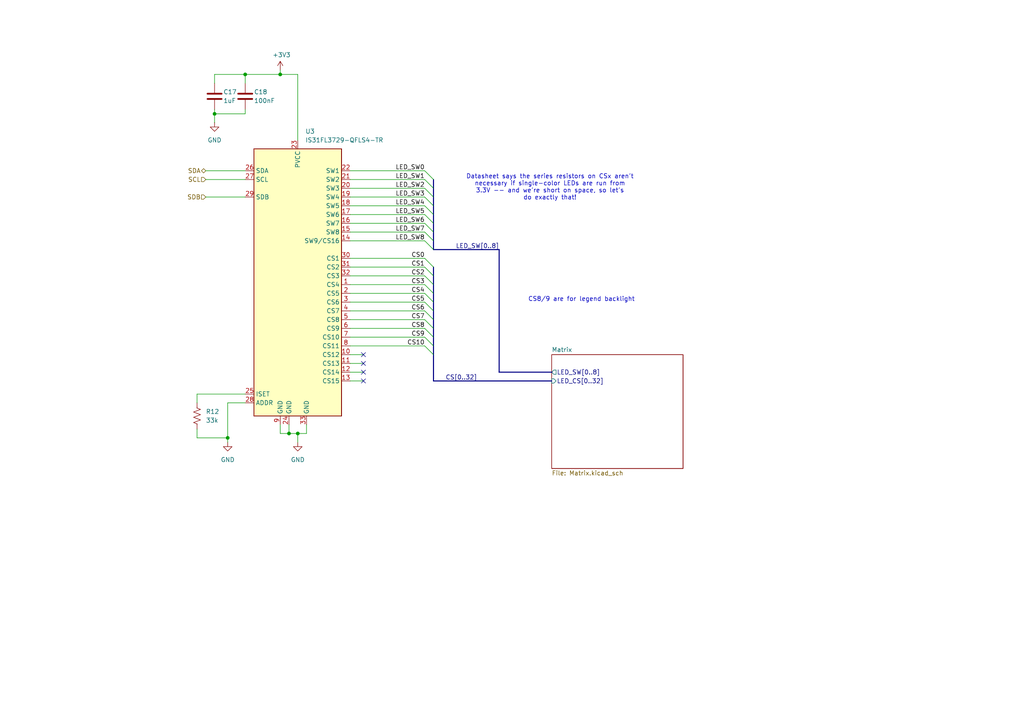
<source format=kicad_sch>
(kicad_sch (version 20231120) (generator "eeschema") (generator_version "8.0")
  (paper "A4")
  (title_block (title "Seven Segment Display Input Module") (date "2024-07-13") (company "C. Scott Ananian") (comment 1 "This work is licensed under a Creative Commons Attribution 4.0 International License") (comment 2 "https://github.com/cscott/SevenSegmentInputModule") (comment 3 "https://cscott.net"))
  (lib_symbols
    (symbol "Device:C" (pin_numbers hide) (pin_names (offset 0.254))
      (property "Reference" "C" (at 0.635 2.54 0))
      (property "Value" "C" (at 0.635 -2.54 0))
      (symbol "C_0_1"
        (polyline (pts (xy -2.032 -0.762) (xy 2.032 -0.762)) (stroke (width 0.508)))
        (polyline (pts (xy -2.032 0.762) (xy 2.032 0.762)) (stroke (width 0.508)))
      )
      (symbol "C_1_1"
        (pin passive line (at 0 3.81 270) (length 2.794) (name "~") (number "1"))
        (pin passive line (at 0 -3.81 90) (length 2.794) (name "~") (number "2"))
      )
    )
    (symbol "Device:R_US" (pin_numbers hide) (pin_names (offset 0))
      (property "Reference" "R" (at 2.54 0 90))
      (property "Value" "R_US" (at -2.54 0 90))
      (symbol "R_US_0_1"
        (polyline (pts (xy 0 -2.286) (xy 0 -2.54)))
        (polyline (pts (xy 0 2.286) (xy 0 2.54)))
        (polyline (pts (xy 0 -0.762) (xy 1.016 -1.143) (xy 0 -1.524) (xy -1.016 -1.905) (xy 0 -2.286)))
        (polyline (pts (xy 0 0.762) (xy 1.016 0.381) (xy 0 0) (xy -1.016 -0.381) (xy 0 -0.762)))
        (polyline (pts (xy 0 2.286) (xy 1.016 1.905) (xy 0 1.524) (xy -1.016 1.143) (xy 0 0.762)))
      )
      (symbol "R_US_1_1"
        (pin passive line (at 0 3.81 270) (length 1.27) (name "~") (number "1"))
        (pin passive line (at 0 -3.81 90) (length 1.27) (name "~") (number "2"))
      )
    )
    (symbol "LEDMatrix:IS31FL3729"
      (property "Reference" "U" (at -11.43 67.31 0))
      (property "Value" "IS31FL3729-QFLS4-TR" (at 8.89 67.31 0))
      (symbol "IS31FL3729_0_1"
        (rectangle (start -12.7 66.04) (end 12.7 -11.43) (stroke (width 0.254)) (fill (type background)))
      )
      (symbol "IS31FL3729_1_1"
        (pin output line (at 15.24 26.67 180) (length 2.54) (name "CS4") (number "1"))
        (pin output line (at 15.24 6.35 180) (length 2.54) (name "CS12") (number "10"))
        (pin output line (at 15.24 3.81 180) (length 2.54) (name "CS13") (number "11"))
        (pin output line (at 15.24 1.27 180) (length 2.54) (name "CS14") (number "12"))
        (pin output line (at 15.24 -1.27 180) (length 2.54) (name "CS15") (number "13"))
        (pin input line (at 15.24 39.37 180) (length 2.54) (name "SW9/CS16") (number "14"))
        (pin input line (at 15.24 41.91 180) (length 2.54) (name "SW8") (number "15"))
        (pin input line (at 15.24 44.45 180) (length 2.54) (name "SW7") (number "16"))
        (pin input line (at 15.24 46.99 180) (length 2.54) (name "SW6") (number "17"))
        (pin input line (at 15.24 49.53 180) (length 2.54) (name "SW5") (number "18"))
        (pin input line (at 15.24 52.07 180) (length 2.54) (name "SW4") (number "19"))
        (pin output line (at 15.24 24.13 180) (length 2.54) (name "CS5") (number "2"))
        (pin input line (at 15.24 54.61 180) (length 2.54) (name "SW3") (number "20"))
        (pin input line (at 15.24 57.15 180) (length 2.54) (name "SW2") (number "21"))
        (pin input line (at 15.24 59.69 180) (length 2.54) (name "SW1") (number "22"))
        (pin power_in line (at 0 68.58 270) (length 2.54) (name "PVCC") (number "23"))
        (pin power_in line (at -2.54 -13.97 90) (length 2.54) (name "GND") (number "24"))
        (pin input line (at -15.24 -5.08 0) (length 2.54) (name "ISET") (number "25"))
        (pin bidirectional line (at -15.24 59.69 0) (length 2.54) (name "SDA") (number "26"))
        (pin input line (at -15.24 57.15 0) (length 2.54) (name "SCL") (number "27"))
        (pin input line (at -15.24 -7.62 0) (length 2.54) (name "ADDR") (number "28"))
        (pin input line (at -15.24 52.07 0) (length 2.54) (name "SDB") (number "29"))
        (pin output line (at 15.24 21.59 180) (length 2.54) (name "CS6") (number "3"))
        (pin output line (at 15.24 34.29 180) (length 2.54) (name "CS1") (number "30"))
        (pin output line (at 15.24 31.75 180) (length 2.54) (name "CS2") (number "31"))
        (pin output line (at 15.24 29.21 180) (length 2.54) (name "CS3") (number "32"))
        (pin power_in line (at 2.54 -13.97 90) (length 2.54) (name "GND") (number "33"))
        (pin output line (at 15.24 19.05 180) (length 2.54) (name "CS7") (number "4"))
        (pin output line (at 15.24 16.51 180) (length 2.54) (name "CS8") (number "5"))
        (pin output line (at 15.24 13.97 180) (length 2.54) (name "CS9") (number "6"))
        (pin output line (at 15.24 11.43 180) (length 2.54) (name "CS10") (number "7"))
        (pin output line (at 15.24 8.89 180) (length 2.54) (name "CS11") (number "8"))
        (pin power_in line (at -5.08 -13.97 90) (length 2.54) (name "GND") (number "9"))
      )
    )
    (symbol "power:+3V3" (power) (pin_numbers hide) (pin_names (offset 0) hide)
      (property "Value" "+3V3" (at 0 3.556 0))
      (symbol "+3V3_0_1"
        (polyline (pts (xy -0.762 1.27) (xy 0 2.54)))
        (polyline (pts (xy 0 0) (xy 0 2.54)))
        (polyline (pts (xy 0 2.54) (xy 0.762 1.27)))
      )
      (symbol "+3V3_1_1"
        (pin power_in line (at 0 0 90) (length 0) (name "~") (number "1"))
      )
    )
    (symbol "power:GND" (power) (pin_numbers hide) (pin_names (offset 0) hide)
      (property "Value" "GND" (at 0 -3.81 0))
      (symbol "GND_0_1"
        (polyline (pts (xy 0 0) (xy 0 -1.27) (xy 1.27 -1.27) (xy 0 -2.54) (xy -1.27 -1.27) (xy 0 -1.27)))
      )
      (symbol "GND_1_1"
        (pin power_in line (at 0 0 270) (length 0) (name "~") (number "1"))
      )
    )
  )
  (junction (at 86.36 125.73))
  (junction (at 66.04 127))
  (junction (at 83.82 125.73))
  (junction (at 81.28 21.59))
  (junction (at 62.23 33.02))
  (junction (at 71.12 21.59))
  (no_connect (at 105.41 102.87))
  (no_connect (at 105.41 107.95))
  (no_connect (at 105.41 110.49))
  (no_connect (at 105.41 105.41))
  (bus_entry (at 123.19 100.33) (size 2.54 2.54))
  (bus_entry (at 123.19 62.23) (size 2.54 2.54))
  (bus_entry (at 123.19 95.25) (size 2.54 2.54))
  (bus_entry (at 123.19 92.71) (size 2.54 2.54))
  (bus_entry (at 123.19 59.69) (size 2.54 2.54))
  (bus_entry (at 123.19 69.85) (size 2.54 2.54))
  (bus_entry (at 123.19 90.17) (size 2.54 2.54))
  (bus_entry (at 123.19 87.63) (size 2.54 2.54))
  (bus_entry (at 123.19 82.55) (size 2.54 2.54))
  (bus_entry (at 123.19 49.53) (size 2.54 2.54))
  (bus_entry (at 123.19 80.01) (size 2.54 2.54))
  (bus_entry (at 123.19 52.07) (size 2.54 2.54))
  (bus_entry (at 123.19 54.61) (size 2.54 2.54))
  (bus_entry (at 123.19 64.77) (size 2.54 2.54))
  (bus_entry (at 123.19 77.47) (size 2.54 2.54))
  (bus_entry (at 123.19 97.79) (size 2.54 2.54))
  (bus_entry (at 123.19 74.93) (size 2.54 2.54))
  (bus_entry (at 123.19 57.15) (size 2.54 2.54))
  (bus_entry (at 123.19 67.31) (size 2.54 2.54))
  (bus_entry (at 123.19 85.09) (size 2.54 2.54))
  (wire (pts (xy 101.6 67.31) (xy 123.19 67.31)))
  (bus (pts (xy 125.73 90.17) (xy 125.73 92.71)))
  (bus (pts (xy 125.73 64.77) (xy 125.73 67.31)))
  (wire (pts (xy 101.6 87.63) (xy 123.19 87.63)))
  (wire (pts (xy 101.6 80.01) (xy 123.19 80.01)))
  (wire (pts (xy 71.12 31.75) (xy 71.12 33.02)))
  (bus (pts (xy 125.73 62.23) (xy 125.73 64.77)))
  (wire (pts (xy 101.6 97.79) (xy 123.19 97.79)))
  (wire (pts (xy 59.69 52.07) (xy 71.12 52.07)))
  (bus (pts (xy 125.73 67.31) (xy 125.73 69.85)))
  (wire (pts (xy 57.15 127) (xy 66.04 127)))
  (wire (pts (xy 57.15 124.46) (xy 57.15 127)))
  (wire (pts (xy 101.6 62.23) (xy 123.19 62.23)))
  (wire (pts (xy 101.6 52.07) (xy 123.19 52.07)))
  (wire (pts (xy 71.12 21.59) (xy 71.12 24.13)))
  (wire (pts (xy 101.6 54.61) (xy 123.19 54.61)))
  (wire (pts (xy 66.04 127) (xy 66.04 128.27)))
  (bus (pts (xy 125.73 77.47) (xy 125.73 80.01)))
  (wire (pts (xy 101.6 49.53) (xy 123.19 49.53)))
  (bus (pts (xy 125.73 80.01) (xy 125.73 82.55)))
  (bus (pts (xy 125.73 85.09) (xy 125.73 87.63)))
  (wire (pts (xy 62.23 31.75) (xy 62.23 33.02)))
  (bus (pts (xy 144.78 72.39) (xy 144.78 107.95)))
  (wire (pts (xy 81.28 123.19) (xy 81.28 125.73)))
  (wire (pts (xy 81.28 21.59) (xy 81.28 20.32)))
  (bus (pts (xy 125.73 82.55) (xy 125.73 85.09)))
  (bus (pts (xy 125.73 100.33) (xy 125.73 97.79)))
  (wire (pts (xy 59.69 57.15) (xy 71.12 57.15)))
  (bus (pts (xy 125.73 54.61) (xy 125.73 57.15)))
  (wire (pts (xy 101.6 105.41) (xy 105.41 105.41)))
  (bus (pts (xy 125.73 72.39) (xy 144.78 72.39)))
  (wire (pts (xy 101.6 74.93) (xy 123.19 74.93)))
  (wire (pts (xy 86.36 125.73) (xy 83.82 125.73)))
  (bus (pts (xy 125.73 92.71) (xy 125.73 95.25)))
  (bus (pts (xy 125.73 110.49) (xy 125.73 102.87)))
  (wire (pts (xy 101.6 57.15) (xy 123.19 57.15)))
  (bus (pts (xy 125.73 110.49) (xy 160.02 110.49)))
  (bus (pts (xy 144.78 107.95) (xy 160.02 107.95)))
  (wire (pts (xy 101.6 102.87) (xy 105.41 102.87)))
  (bus (pts (xy 125.73 52.07) (xy 125.73 54.61)))
  (bus (pts (xy 125.73 69.85) (xy 125.73 72.39)))
  (wire (pts (xy 101.6 110.49) (xy 105.41 110.49)))
  (wire (pts (xy 66.04 116.84) (xy 66.04 127)))
  (wire (pts (xy 101.6 69.85) (xy 123.19 69.85)))
  (wire (pts (xy 71.12 114.3) (xy 57.15 114.3)))
  (bus (pts (xy 125.73 102.87) (xy 125.73 100.33)))
  (wire (pts (xy 88.9 123.19) (xy 88.9 125.73)))
  (wire (pts (xy 101.6 64.77) (xy 123.19 64.77)))
  (bus (pts (xy 125.73 97.79) (xy 125.73 95.25)))
  (wire (pts (xy 83.82 125.73) (xy 83.82 123.19)))
  (wire (pts (xy 101.6 85.09) (xy 123.19 85.09)))
  (wire (pts (xy 101.6 59.69) (xy 123.19 59.69)))
  (bus (pts (xy 125.73 59.69) (xy 125.73 62.23)))
  (wire (pts (xy 101.6 107.95) (xy 105.41 107.95)))
  (wire (pts (xy 71.12 116.84) (xy 66.04 116.84)))
  (wire (pts (xy 86.36 40.64) (xy 86.36 21.59)))
  (wire (pts (xy 62.23 21.59) (xy 71.12 21.59)))
  (wire (pts (xy 88.9 125.73) (xy 86.36 125.73)))
  (wire (pts (xy 57.15 114.3) (xy 57.15 116.84)))
  (bus (pts (xy 125.73 57.15) (xy 125.73 59.69)))
  (wire (pts (xy 101.6 90.17) (xy 123.19 90.17)))
  (wire (pts (xy 101.6 77.47) (xy 123.19 77.47)))
  (wire (pts (xy 101.6 82.55) (xy 123.19 82.55)))
  (wire (pts (xy 81.28 125.73) (xy 83.82 125.73)))
  (wire (pts (xy 81.28 21.59) (xy 86.36 21.59)))
  (wire (pts (xy 101.6 95.25) (xy 123.19 95.25)))
  (bus (pts (xy 125.73 87.63) (xy 125.73 90.17)))
  (wire (pts (xy 62.23 33.02) (xy 62.23 35.56)))
  (wire (pts (xy 71.12 21.59) (xy 81.28 21.59)))
  (wire (pts (xy 62.23 24.13) (xy 62.23 21.59)))
  (wire (pts (xy 101.6 100.33) (xy 123.19 100.33)))
  (wire (pts (xy 71.12 33.02) (xy 62.23 33.02)))
  (wire (pts (xy 101.6 92.71) (xy 123.19 92.71)))
  (wire (pts (xy 59.69 49.53) (xy 71.12 49.53)))
  (wire (pts (xy 86.36 125.73) (xy 86.36 128.27)))
  (text "CS8/9 are for legend backlight" (at 168.656 86.868 0) (effects (font (size 1.27 1.27))))
  (text "Datasheet says the series resistors on CSx aren't\nnecessary if single-color LEDs are run from\n3.3V -- and we're short on space, so let's\ndo exactly that!" (at 159.512 54.356 0) (effects (font (size 1.27 1.27))))
  (label "LED_SW5" (at 123.19 62.23 180))
  (label "LED_SW1" (at 123.19 52.07 180))
  (label "LED_SW4" (at 123.19 59.69 180))
  (label "LED_SW8" (at 123.19 69.85 180))
  (label "CS0" (at 123.19 74.93 180))
  (label "CS8" (at 123.19 95.25 180))
  (label "LED_SW7" (at 123.19 67.31 180))
  (label "CS10" (at 123.19 100.33 180))
  (label "LED_SW3" (at 123.19 57.15 180))
  (label "LED_SW0" (at 123.19 49.53 180))
  (label "LED_SW[0..8]" (at 144.78 72.39 180))
  (label "CS5" (at 123.19 87.63 180))
  (label "CS7" (at 123.19 92.71 180))
  (label "CS6" (at 123.19 90.17 180))
  (label "CS1" (at 123.19 77.47 180))
  (label "LED_SW2" (at 123.19 54.61 180))
  (label "CS2" (at 123.19 80.01 180))
  (label "CS4" (at 123.19 85.09 180))
  (label "CS9" (at 123.19 97.79 180))
  (label "CS3" (at 123.19 82.55 180))
  (label "LED_SW6" (at 123.19 64.77 180))
  (label "CS[0..32]" (at 138.43 110.49 180))
  (hierarchical_label "SDB" (shape input) (at 59.69 57.15 180))
  (hierarchical_label "SCL" (shape input) (at 59.69 52.07 180))
  (hierarchical_label "SDA" (shape bidirectional) (at 59.69 49.53 180))
  (symbol (lib_id "Device:R_US") (at 57.15 120.65 0) (unit 1)
    (property "Reference" "R12" (at 59.69 119.3799 0) (effects (justify left)))
    (property "Value" "33k" (at 59.69 121.9199 0) (effects (justify left)))
    (property "Footprint" "Resistor_SMD:R_0402_1005Metric" (effects (hide yes)))
    (property "Description" "Resistor, US symbol" (effects (hide yes)))
    (property "LCSC" "C25779" (effects (hide yes)))
  )
  (symbol (lib_id "power:+3V3") (at 81.28 20.32 0) (unit 1)
    (property "Reference" "#PWR01" (effects (hide yes)))
    (property "Value" "+3V3" (at 81.661 15.9258 0))
    (property "Description" "Power symbol creates a global label with name \"+3V3\"" (effects (hide yes)))
  )
  (symbol (lib_id "Device:C") (at 71.12 27.94 0) (unit 1)
    (property "Reference" "C18" (at 73.66 26.67 0) (effects (justify left)))
    (property "Value" "100nF" (at 73.66 29.21 0) (effects (justify left)))
    (property "Footprint" "Capacitor_SMD:C_0402_1005Metric" (effects (hide yes)))
    (property "Description" "Unpolarized capacitor" (effects (hide yes)))
    (property "Digikey" "1276-1001-1-ND" (effects (hide yes)))
    (property "LCSC" "C1525" (effects (hide yes)))
  )
  (symbol (lib_id "power:GND") (at 62.23 35.56 0) (unit 1)
    (property "Reference" "#PWR028" (effects (hide yes)))
    (property "Value" "GND" (at 62.23 40.64 0))
    (property "Description" "Power symbol creates a global label with name \"GND\" , ground" (effects (hide yes)))
  )
  (symbol (lib_id "Device:C") (at 62.23 27.94 0) (unit 1)
    (property "Reference" "C17" (at 64.77 26.67 0) (effects (justify left)))
    (property "Value" "1uF" (at 64.77 29.21 0) (effects (justify left)))
    (property "Footprint" "Capacitor_SMD:C_0402_1005Metric" (effects (hide yes)))
    (property "Description" "Unpolarized capacitor" (effects (hide yes)))
    (property "Digikey" "1276-1445-1-ND" (effects (hide yes)))
    (property "LCSC" "C52923" (effects (hide yes)))
  )
  (symbol (lib_id "power:GND") (at 86.36 128.27 0) (unit 1)
    (property "Reference" "#PWR031" (effects (hide yes)))
    (property "Value" "GND" (at 86.36 133.35 0))
    (property "Description" "Power symbol creates a global label with name \"GND\" , ground" (effects (hide yes)))
  )
  (symbol (lib_id "power:GND") (at 66.04 128.27 0) (unit 1)
    (property "Reference" "#PWR029" (effects (hide yes)))
    (property "Value" "GND" (at 66.04 133.35 0))
    (property "Description" "Power symbol creates a global label with name \"GND\" , ground" (effects (hide yes)))
  )
  (symbol (lib_id "LEDMatrix:IS31FL3729") (at 86.36 109.22 0) (unit 1)
    (property "Reference" "U3" (at 88.5541 38.1 0) (effects (justify left)))
    (property "Value" "IS31FL3729-QFLS4-TR" (at 88.5541 40.64 0) (effects (justify left)))
    (property "Footprint" "Package_DFN_QFN:Texas_RSN_WQFN-32-1EP_4x4mm_P0.4mm_EP2.8x2.8mm_ThermalVias" (effects (hide yes)))
    (property "Datasheet" "https://www.lumissil.com/assets/pdf/core/IS31FL3729_DS.pdf" (effects (hide yes)))
    (property "Description" "16×8/15x9 DOTS MATRIX LED DRIVER, QFN-32" (effects (hide yes)))
    (property "Digikey" "2521-IS31FL3729-QFLS4-CT-ND" (effects (hide yes)))
    (property "LCSC" "C2940549" (effects (hide yes)))
  )
  (sheet (at 160.02 102.87) (size 38.1 33.02) (stroke (width 0.1524))
    (property "Sheetname" "Matrix" (at 160.02 102.1584 0) (effects (justify left bottom)))
    (property "Sheetfile" "Matrix.kicad_sch" (at 160.02 136.4746 0) (effects (justify left top)))
    (pin "LED_SW[0..8]" output (at 160.02 107.95 180))
    (pin "LED_CS[0..32]" input (at 160.02 110.49 180))
  )
)
</source>
